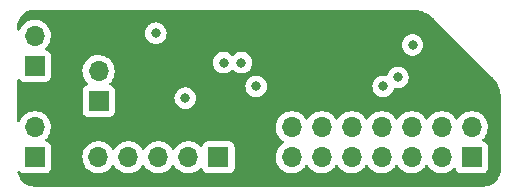
<source format=gbr>
%TF.GenerationSoftware,KiCad,Pcbnew,(6.0.7)*%
%TF.CreationDate,2023-01-15T17:04:05+01:00*%
%TF.ProjectId,I_CAN_has_carrot,495f4341-4e5f-4686-9173-5f636172726f,rev?*%
%TF.SameCoordinates,Original*%
%TF.FileFunction,Copper,L2,Inr*%
%TF.FilePolarity,Positive*%
%FSLAX46Y46*%
G04 Gerber Fmt 4.6, Leading zero omitted, Abs format (unit mm)*
G04 Created by KiCad (PCBNEW (6.0.7)) date 2023-01-15 17:04:05*
%MOMM*%
%LPD*%
G01*
G04 APERTURE LIST*
%TA.AperFunction,ComponentPad*%
%ADD10R,1.700000X1.700000*%
%TD*%
%TA.AperFunction,ComponentPad*%
%ADD11O,1.700000X1.700000*%
%TD*%
%TA.AperFunction,ViaPad*%
%ADD12C,0.800000*%
%TD*%
G04 APERTURE END LIST*
D10*
%TO.N,/CANTX*%
%TO.C,J4*%
X117560000Y-63000000D03*
D11*
%TO.N,/CANRX*%
X115020000Y-63000000D03*
%TO.N,GND*%
X112480000Y-63000000D03*
%TO.N,+5V*%
X109940000Y-63000000D03*
X107400000Y-63000000D03*
%TD*%
D10*
%TO.N,/CANTX*%
%TO.C,J2*%
X139000000Y-63000000D03*
D11*
%TO.N,/CANRX*%
X139000000Y-60460000D03*
%TO.N,unconnected-(J2-Pad3)*%
X136460000Y-63000000D03*
%TO.N,unconnected-(J2-Pad4)*%
X136460000Y-60460000D03*
%TO.N,unconnected-(J2-Pad5)*%
X133920000Y-63000000D03*
%TO.N,unconnected-(J2-Pad6)*%
X133920000Y-60460000D03*
%TO.N,unconnected-(J2-Pad7)*%
X131380000Y-63000000D03*
%TO.N,unconnected-(J2-Pad8)*%
X131380000Y-60460000D03*
%TO.N,unconnected-(J2-Pad9)*%
X128840000Y-63000000D03*
%TO.N,unconnected-(J2-Pad10)*%
X128840000Y-60460000D03*
%TO.N,unconnected-(J2-Pad11)*%
X126300000Y-63000000D03*
%TO.N,unconnected-(J2-Pad12)*%
X126300000Y-60460000D03*
%TO.N,GND*%
X123760000Y-63000000D03*
%TO.N,+5V*%
X123760000Y-60460000D03*
%TD*%
D10*
%TO.N,/CANL*%
%TO.C,J1*%
X107410000Y-58250000D03*
D11*
%TO.N,Net-(J1-Pad2)*%
X107410000Y-55710000D03*
%TD*%
D10*
%TO.N,/CANH*%
%TO.C,J3*%
X102000000Y-63000000D03*
D11*
%TO.N,/CANL*%
X102000000Y-60460000D03*
%TD*%
D10*
%TO.N,/CANH*%
%TO.C,J5*%
X102000000Y-55275000D03*
D11*
%TO.N,/CANL*%
X102000000Y-52735000D03*
%TD*%
D12*
%TO.N,+5V*%
X118000000Y-55000000D03*
X114750000Y-58000000D03*
X134000000Y-53500000D03*
%TO.N,GND*%
X120750000Y-57000000D03*
X131500000Y-57000000D03*
X132750000Y-56250000D03*
X119500000Y-55000000D03*
X112250000Y-52500000D03*
%TO.N,+3.3V*%
X131250000Y-54750000D03*
X121275000Y-52225000D03*
X118000000Y-51000000D03*
X123500000Y-53750000D03*
X119750000Y-51000000D03*
X123500000Y-55500000D03*
%TD*%
%TA.AperFunction,Conductor*%
%TO.N,+3.3V*%
G36*
X133970018Y-50510000D02*
G01*
X133984851Y-50512310D01*
X133984855Y-50512310D01*
X133993724Y-50513691D01*
X134011720Y-50511338D01*
X134035116Y-50510472D01*
X134271898Y-50523769D01*
X134285930Y-50525350D01*
X134416685Y-50547567D01*
X134547435Y-50569782D01*
X134561210Y-50572926D01*
X134639356Y-50595439D01*
X134816100Y-50646359D01*
X134829421Y-50651020D01*
X135074488Y-50752530D01*
X135087211Y-50758657D01*
X135186301Y-50813422D01*
X135319362Y-50886963D01*
X135331325Y-50894480D01*
X135547655Y-51047974D01*
X135558702Y-51056784D01*
X135730081Y-51209937D01*
X135747862Y-51229558D01*
X135748350Y-51230226D01*
X135748353Y-51230229D01*
X135753648Y-51237477D01*
X135760765Y-51242948D01*
X135760769Y-51242952D01*
X135778894Y-51256885D01*
X135791198Y-51267685D01*
X140726848Y-56203336D01*
X140739491Y-56218098D01*
X140753648Y-56237477D01*
X140760765Y-56242948D01*
X140760767Y-56242950D01*
X140768039Y-56248540D01*
X140785193Y-56264471D01*
X140943222Y-56441305D01*
X140952020Y-56452337D01*
X141105525Y-56668682D01*
X141113032Y-56680631D01*
X141237015Y-56904960D01*
X141241340Y-56912785D01*
X141247469Y-56925512D01*
X141348979Y-57170579D01*
X141353640Y-57183900D01*
X141361956Y-57212763D01*
X141427073Y-57438790D01*
X141430217Y-57452565D01*
X141474648Y-57714065D01*
X141476230Y-57728102D01*
X141486361Y-57908500D01*
X141489118Y-57957599D01*
X141487815Y-57984050D01*
X141486309Y-57993724D01*
X141487473Y-58002626D01*
X141487473Y-58002628D01*
X141490436Y-58025283D01*
X141491500Y-58041621D01*
X141491500Y-63950633D01*
X141490000Y-63970018D01*
X141487690Y-63984851D01*
X141487690Y-63984855D01*
X141486309Y-63993724D01*
X141488304Y-64008976D01*
X141489047Y-64034302D01*
X141479493Y-64167892D01*
X141476962Y-64203279D01*
X141474404Y-64221064D01*
X141433001Y-64411392D01*
X141427937Y-64428641D01*
X141359864Y-64611150D01*
X141352396Y-64627502D01*
X141259048Y-64798458D01*
X141249328Y-64813582D01*
X141132598Y-64969514D01*
X141120825Y-64983100D01*
X140983100Y-65120825D01*
X140969514Y-65132598D01*
X140813582Y-65249328D01*
X140798458Y-65259048D01*
X140627502Y-65352396D01*
X140611150Y-65359864D01*
X140428641Y-65427937D01*
X140411393Y-65433001D01*
X140221064Y-65474404D01*
X140203285Y-65476961D01*
X140041395Y-65488540D01*
X140023435Y-65487793D01*
X140015155Y-65487692D01*
X140006276Y-65486309D01*
X139974714Y-65490436D01*
X139958379Y-65491500D01*
X102049367Y-65491500D01*
X102029982Y-65490000D01*
X102015149Y-65487690D01*
X102015145Y-65487690D01*
X102006276Y-65486309D01*
X101991019Y-65488304D01*
X101965698Y-65489047D01*
X101796715Y-65476961D01*
X101778936Y-65474404D01*
X101588607Y-65433001D01*
X101571359Y-65427937D01*
X101388850Y-65359864D01*
X101372498Y-65352396D01*
X101201542Y-65259048D01*
X101186418Y-65249328D01*
X101030486Y-65132598D01*
X101016900Y-65120825D01*
X100879175Y-64983100D01*
X100867402Y-64969514D01*
X100750672Y-64813582D01*
X100740952Y-64798458D01*
X100647604Y-64627502D01*
X100640136Y-64611150D01*
X100572063Y-64428641D01*
X100566999Y-64411392D01*
X100539361Y-64284343D01*
X100544425Y-64213529D01*
X100586972Y-64156693D01*
X100653492Y-64131882D01*
X100722866Y-64146973D01*
X100763307Y-64181996D01*
X100786739Y-64213261D01*
X100903295Y-64300615D01*
X101039684Y-64351745D01*
X101101866Y-64358500D01*
X102898134Y-64358500D01*
X102960316Y-64351745D01*
X103096705Y-64300615D01*
X103213261Y-64213261D01*
X103300615Y-64096705D01*
X103351745Y-63960316D01*
X103358500Y-63898134D01*
X103358500Y-62966695D01*
X106037251Y-62966695D01*
X106050110Y-63189715D01*
X106051247Y-63194761D01*
X106051248Y-63194767D01*
X106075304Y-63301508D01*
X106099222Y-63407639D01*
X106183266Y-63614616D01*
X106220685Y-63675678D01*
X106297291Y-63800688D01*
X106299987Y-63805088D01*
X106446250Y-63973938D01*
X106618126Y-64116632D01*
X106811000Y-64229338D01*
X107019692Y-64309030D01*
X107024760Y-64310061D01*
X107024763Y-64310062D01*
X107132017Y-64331883D01*
X107238597Y-64353567D01*
X107243772Y-64353757D01*
X107243774Y-64353757D01*
X107456673Y-64361564D01*
X107456677Y-64361564D01*
X107461837Y-64361753D01*
X107466957Y-64361097D01*
X107466959Y-64361097D01*
X107678288Y-64334025D01*
X107678289Y-64334025D01*
X107683416Y-64333368D01*
X107688366Y-64331883D01*
X107892429Y-64270661D01*
X107892434Y-64270659D01*
X107897384Y-64269174D01*
X108097994Y-64170896D01*
X108279860Y-64041173D01*
X108438096Y-63883489D01*
X108497594Y-63800689D01*
X108568453Y-63702077D01*
X108569776Y-63703028D01*
X108616645Y-63659857D01*
X108686580Y-63647625D01*
X108752026Y-63675144D01*
X108779875Y-63706994D01*
X108839987Y-63805088D01*
X108986250Y-63973938D01*
X109158126Y-64116632D01*
X109351000Y-64229338D01*
X109559692Y-64309030D01*
X109564760Y-64310061D01*
X109564763Y-64310062D01*
X109672017Y-64331883D01*
X109778597Y-64353567D01*
X109783772Y-64353757D01*
X109783774Y-64353757D01*
X109996673Y-64361564D01*
X109996677Y-64361564D01*
X110001837Y-64361753D01*
X110006957Y-64361097D01*
X110006959Y-64361097D01*
X110218288Y-64334025D01*
X110218289Y-64334025D01*
X110223416Y-64333368D01*
X110228366Y-64331883D01*
X110432429Y-64270661D01*
X110432434Y-64270659D01*
X110437384Y-64269174D01*
X110637994Y-64170896D01*
X110819860Y-64041173D01*
X110978096Y-63883489D01*
X111037594Y-63800689D01*
X111108453Y-63702077D01*
X111109776Y-63703028D01*
X111156645Y-63659857D01*
X111226580Y-63647625D01*
X111292026Y-63675144D01*
X111319875Y-63706994D01*
X111379987Y-63805088D01*
X111526250Y-63973938D01*
X111698126Y-64116632D01*
X111891000Y-64229338D01*
X112099692Y-64309030D01*
X112104760Y-64310061D01*
X112104763Y-64310062D01*
X112212017Y-64331883D01*
X112318597Y-64353567D01*
X112323772Y-64353757D01*
X112323774Y-64353757D01*
X112536673Y-64361564D01*
X112536677Y-64361564D01*
X112541837Y-64361753D01*
X112546957Y-64361097D01*
X112546959Y-64361097D01*
X112758288Y-64334025D01*
X112758289Y-64334025D01*
X112763416Y-64333368D01*
X112768366Y-64331883D01*
X112972429Y-64270661D01*
X112972434Y-64270659D01*
X112977384Y-64269174D01*
X113177994Y-64170896D01*
X113359860Y-64041173D01*
X113518096Y-63883489D01*
X113577594Y-63800689D01*
X113648453Y-63702077D01*
X113649776Y-63703028D01*
X113696645Y-63659857D01*
X113766580Y-63647625D01*
X113832026Y-63675144D01*
X113859875Y-63706994D01*
X113919987Y-63805088D01*
X114066250Y-63973938D01*
X114238126Y-64116632D01*
X114431000Y-64229338D01*
X114639692Y-64309030D01*
X114644760Y-64310061D01*
X114644763Y-64310062D01*
X114752017Y-64331883D01*
X114858597Y-64353567D01*
X114863772Y-64353757D01*
X114863774Y-64353757D01*
X115076673Y-64361564D01*
X115076677Y-64361564D01*
X115081837Y-64361753D01*
X115086957Y-64361097D01*
X115086959Y-64361097D01*
X115298288Y-64334025D01*
X115298289Y-64334025D01*
X115303416Y-64333368D01*
X115308366Y-64331883D01*
X115512429Y-64270661D01*
X115512434Y-64270659D01*
X115517384Y-64269174D01*
X115717994Y-64170896D01*
X115899860Y-64041173D01*
X116008091Y-63933319D01*
X116070462Y-63899404D01*
X116141268Y-63904592D01*
X116198030Y-63947238D01*
X116215012Y-63978341D01*
X116235992Y-64034305D01*
X116259385Y-64096705D01*
X116346739Y-64213261D01*
X116463295Y-64300615D01*
X116599684Y-64351745D01*
X116661866Y-64358500D01*
X118458134Y-64358500D01*
X118520316Y-64351745D01*
X118656705Y-64300615D01*
X118773261Y-64213261D01*
X118860615Y-64096705D01*
X118911745Y-63960316D01*
X118918500Y-63898134D01*
X118918500Y-62966695D01*
X122397251Y-62966695D01*
X122410110Y-63189715D01*
X122411247Y-63194761D01*
X122411248Y-63194767D01*
X122435304Y-63301508D01*
X122459222Y-63407639D01*
X122543266Y-63614616D01*
X122580685Y-63675678D01*
X122657291Y-63800688D01*
X122659987Y-63805088D01*
X122806250Y-63973938D01*
X122978126Y-64116632D01*
X123171000Y-64229338D01*
X123379692Y-64309030D01*
X123384760Y-64310061D01*
X123384763Y-64310062D01*
X123492017Y-64331883D01*
X123598597Y-64353567D01*
X123603772Y-64353757D01*
X123603774Y-64353757D01*
X123816673Y-64361564D01*
X123816677Y-64361564D01*
X123821837Y-64361753D01*
X123826957Y-64361097D01*
X123826959Y-64361097D01*
X124038288Y-64334025D01*
X124038289Y-64334025D01*
X124043416Y-64333368D01*
X124048366Y-64331883D01*
X124252429Y-64270661D01*
X124252434Y-64270659D01*
X124257384Y-64269174D01*
X124457994Y-64170896D01*
X124639860Y-64041173D01*
X124798096Y-63883489D01*
X124857594Y-63800689D01*
X124928453Y-63702077D01*
X124929776Y-63703028D01*
X124976645Y-63659857D01*
X125046580Y-63647625D01*
X125112026Y-63675144D01*
X125139875Y-63706994D01*
X125199987Y-63805088D01*
X125346250Y-63973938D01*
X125518126Y-64116632D01*
X125711000Y-64229338D01*
X125919692Y-64309030D01*
X125924760Y-64310061D01*
X125924763Y-64310062D01*
X126032017Y-64331883D01*
X126138597Y-64353567D01*
X126143772Y-64353757D01*
X126143774Y-64353757D01*
X126356673Y-64361564D01*
X126356677Y-64361564D01*
X126361837Y-64361753D01*
X126366957Y-64361097D01*
X126366959Y-64361097D01*
X126578288Y-64334025D01*
X126578289Y-64334025D01*
X126583416Y-64333368D01*
X126588366Y-64331883D01*
X126792429Y-64270661D01*
X126792434Y-64270659D01*
X126797384Y-64269174D01*
X126997994Y-64170896D01*
X127179860Y-64041173D01*
X127338096Y-63883489D01*
X127397594Y-63800689D01*
X127468453Y-63702077D01*
X127469776Y-63703028D01*
X127516645Y-63659857D01*
X127586580Y-63647625D01*
X127652026Y-63675144D01*
X127679875Y-63706994D01*
X127739987Y-63805088D01*
X127886250Y-63973938D01*
X128058126Y-64116632D01*
X128251000Y-64229338D01*
X128459692Y-64309030D01*
X128464760Y-64310061D01*
X128464763Y-64310062D01*
X128572017Y-64331883D01*
X128678597Y-64353567D01*
X128683772Y-64353757D01*
X128683774Y-64353757D01*
X128896673Y-64361564D01*
X128896677Y-64361564D01*
X128901837Y-64361753D01*
X128906957Y-64361097D01*
X128906959Y-64361097D01*
X129118288Y-64334025D01*
X129118289Y-64334025D01*
X129123416Y-64333368D01*
X129128366Y-64331883D01*
X129332429Y-64270661D01*
X129332434Y-64270659D01*
X129337384Y-64269174D01*
X129537994Y-64170896D01*
X129719860Y-64041173D01*
X129878096Y-63883489D01*
X129937594Y-63800689D01*
X130008453Y-63702077D01*
X130009776Y-63703028D01*
X130056645Y-63659857D01*
X130126580Y-63647625D01*
X130192026Y-63675144D01*
X130219875Y-63706994D01*
X130279987Y-63805088D01*
X130426250Y-63973938D01*
X130598126Y-64116632D01*
X130791000Y-64229338D01*
X130999692Y-64309030D01*
X131004760Y-64310061D01*
X131004763Y-64310062D01*
X131112017Y-64331883D01*
X131218597Y-64353567D01*
X131223772Y-64353757D01*
X131223774Y-64353757D01*
X131436673Y-64361564D01*
X131436677Y-64361564D01*
X131441837Y-64361753D01*
X131446957Y-64361097D01*
X131446959Y-64361097D01*
X131658288Y-64334025D01*
X131658289Y-64334025D01*
X131663416Y-64333368D01*
X131668366Y-64331883D01*
X131872429Y-64270661D01*
X131872434Y-64270659D01*
X131877384Y-64269174D01*
X132077994Y-64170896D01*
X132259860Y-64041173D01*
X132418096Y-63883489D01*
X132477594Y-63800689D01*
X132548453Y-63702077D01*
X132549776Y-63703028D01*
X132596645Y-63659857D01*
X132666580Y-63647625D01*
X132732026Y-63675144D01*
X132759875Y-63706994D01*
X132819987Y-63805088D01*
X132966250Y-63973938D01*
X133138126Y-64116632D01*
X133331000Y-64229338D01*
X133539692Y-64309030D01*
X133544760Y-64310061D01*
X133544763Y-64310062D01*
X133652017Y-64331883D01*
X133758597Y-64353567D01*
X133763772Y-64353757D01*
X133763774Y-64353757D01*
X133976673Y-64361564D01*
X133976677Y-64361564D01*
X133981837Y-64361753D01*
X133986957Y-64361097D01*
X133986959Y-64361097D01*
X134198288Y-64334025D01*
X134198289Y-64334025D01*
X134203416Y-64333368D01*
X134208366Y-64331883D01*
X134412429Y-64270661D01*
X134412434Y-64270659D01*
X134417384Y-64269174D01*
X134617994Y-64170896D01*
X134799860Y-64041173D01*
X134958096Y-63883489D01*
X135017594Y-63800689D01*
X135088453Y-63702077D01*
X135089776Y-63703028D01*
X135136645Y-63659857D01*
X135206580Y-63647625D01*
X135272026Y-63675144D01*
X135299875Y-63706994D01*
X135359987Y-63805088D01*
X135506250Y-63973938D01*
X135678126Y-64116632D01*
X135871000Y-64229338D01*
X136079692Y-64309030D01*
X136084760Y-64310061D01*
X136084763Y-64310062D01*
X136192017Y-64331883D01*
X136298597Y-64353567D01*
X136303772Y-64353757D01*
X136303774Y-64353757D01*
X136516673Y-64361564D01*
X136516677Y-64361564D01*
X136521837Y-64361753D01*
X136526957Y-64361097D01*
X136526959Y-64361097D01*
X136738288Y-64334025D01*
X136738289Y-64334025D01*
X136743416Y-64333368D01*
X136748366Y-64331883D01*
X136952429Y-64270661D01*
X136952434Y-64270659D01*
X136957384Y-64269174D01*
X137157994Y-64170896D01*
X137339860Y-64041173D01*
X137448091Y-63933319D01*
X137510462Y-63899404D01*
X137581268Y-63904592D01*
X137638030Y-63947238D01*
X137655012Y-63978341D01*
X137675992Y-64034305D01*
X137699385Y-64096705D01*
X137786739Y-64213261D01*
X137903295Y-64300615D01*
X138039684Y-64351745D01*
X138101866Y-64358500D01*
X139898134Y-64358500D01*
X139960316Y-64351745D01*
X140096705Y-64300615D01*
X140213261Y-64213261D01*
X140300615Y-64096705D01*
X140351745Y-63960316D01*
X140358500Y-63898134D01*
X140358500Y-62101866D01*
X140351745Y-62039684D01*
X140300615Y-61903295D01*
X140213261Y-61786739D01*
X140096705Y-61699385D01*
X140048093Y-61681161D01*
X139978203Y-61654960D01*
X139921439Y-61612318D01*
X139896739Y-61545756D01*
X139911947Y-61476408D01*
X139933493Y-61447727D01*
X140034435Y-61347137D01*
X140038096Y-61343489D01*
X140097594Y-61260689D01*
X140165435Y-61166277D01*
X140168453Y-61162077D01*
X140189320Y-61119857D01*
X140265136Y-60966453D01*
X140265137Y-60966451D01*
X140267430Y-60961811D01*
X140332370Y-60748069D01*
X140361529Y-60526590D01*
X140363156Y-60460000D01*
X140344852Y-60237361D01*
X140290431Y-60020702D01*
X140201354Y-59815840D01*
X140080014Y-59628277D01*
X139929670Y-59463051D01*
X139925619Y-59459852D01*
X139925615Y-59459848D01*
X139758414Y-59327800D01*
X139758410Y-59327798D01*
X139754359Y-59324598D01*
X139558789Y-59216638D01*
X139553920Y-59214914D01*
X139553916Y-59214912D01*
X139353087Y-59143795D01*
X139353083Y-59143794D01*
X139348212Y-59142069D01*
X139343119Y-59141162D01*
X139343116Y-59141161D01*
X139133373Y-59103800D01*
X139133367Y-59103799D01*
X139128284Y-59102894D01*
X139054452Y-59101992D01*
X138910081Y-59100228D01*
X138910079Y-59100228D01*
X138904911Y-59100165D01*
X138684091Y-59133955D01*
X138471756Y-59203357D01*
X138273607Y-59306507D01*
X138269474Y-59309610D01*
X138269471Y-59309612D01*
X138220068Y-59346705D01*
X138094965Y-59440635D01*
X138076605Y-59459848D01*
X137989866Y-59550615D01*
X137940629Y-59602138D01*
X137833201Y-59759621D01*
X137778293Y-59804621D01*
X137707768Y-59812792D01*
X137644021Y-59781538D01*
X137623324Y-59757054D01*
X137542822Y-59632617D01*
X137542820Y-59632614D01*
X137540014Y-59628277D01*
X137389670Y-59463051D01*
X137385619Y-59459852D01*
X137385615Y-59459848D01*
X137218414Y-59327800D01*
X137218410Y-59327798D01*
X137214359Y-59324598D01*
X137018789Y-59216638D01*
X137013920Y-59214914D01*
X137013916Y-59214912D01*
X136813087Y-59143795D01*
X136813083Y-59143794D01*
X136808212Y-59142069D01*
X136803119Y-59141162D01*
X136803116Y-59141161D01*
X136593373Y-59103800D01*
X136593367Y-59103799D01*
X136588284Y-59102894D01*
X136514452Y-59101992D01*
X136370081Y-59100228D01*
X136370079Y-59100228D01*
X136364911Y-59100165D01*
X136144091Y-59133955D01*
X135931756Y-59203357D01*
X135733607Y-59306507D01*
X135729474Y-59309610D01*
X135729471Y-59309612D01*
X135680068Y-59346705D01*
X135554965Y-59440635D01*
X135536605Y-59459848D01*
X135449866Y-59550615D01*
X135400629Y-59602138D01*
X135293201Y-59759621D01*
X135238293Y-59804621D01*
X135167768Y-59812792D01*
X135104021Y-59781538D01*
X135083324Y-59757054D01*
X135002822Y-59632617D01*
X135002820Y-59632614D01*
X135000014Y-59628277D01*
X134849670Y-59463051D01*
X134845619Y-59459852D01*
X134845615Y-59459848D01*
X134678414Y-59327800D01*
X134678410Y-59327798D01*
X134674359Y-59324598D01*
X134478789Y-59216638D01*
X134473920Y-59214914D01*
X134473916Y-59214912D01*
X134273087Y-59143795D01*
X134273083Y-59143794D01*
X134268212Y-59142069D01*
X134263119Y-59141162D01*
X134263116Y-59141161D01*
X134053373Y-59103800D01*
X134053367Y-59103799D01*
X134048284Y-59102894D01*
X133974452Y-59101992D01*
X133830081Y-59100228D01*
X133830079Y-59100228D01*
X133824911Y-59100165D01*
X133604091Y-59133955D01*
X133391756Y-59203357D01*
X133193607Y-59306507D01*
X133189474Y-59309610D01*
X133189471Y-59309612D01*
X133140068Y-59346705D01*
X133014965Y-59440635D01*
X132996605Y-59459848D01*
X132909866Y-59550615D01*
X132860629Y-59602138D01*
X132753201Y-59759621D01*
X132698293Y-59804621D01*
X132627768Y-59812792D01*
X132564021Y-59781538D01*
X132543324Y-59757054D01*
X132462822Y-59632617D01*
X132462820Y-59632614D01*
X132460014Y-59628277D01*
X132309670Y-59463051D01*
X132305619Y-59459852D01*
X132305615Y-59459848D01*
X132138414Y-59327800D01*
X132138410Y-59327798D01*
X132134359Y-59324598D01*
X131938789Y-59216638D01*
X131933920Y-59214914D01*
X131933916Y-59214912D01*
X131733087Y-59143795D01*
X131733083Y-59143794D01*
X131728212Y-59142069D01*
X131723119Y-59141162D01*
X131723116Y-59141161D01*
X131513373Y-59103800D01*
X131513367Y-59103799D01*
X131508284Y-59102894D01*
X131434452Y-59101992D01*
X131290081Y-59100228D01*
X131290079Y-59100228D01*
X131284911Y-59100165D01*
X131064091Y-59133955D01*
X130851756Y-59203357D01*
X130653607Y-59306507D01*
X130649474Y-59309610D01*
X130649471Y-59309612D01*
X130600068Y-59346705D01*
X130474965Y-59440635D01*
X130456605Y-59459848D01*
X130369866Y-59550615D01*
X130320629Y-59602138D01*
X130213201Y-59759621D01*
X130158293Y-59804621D01*
X130087768Y-59812792D01*
X130024021Y-59781538D01*
X130003324Y-59757054D01*
X129922822Y-59632617D01*
X129922820Y-59632614D01*
X129920014Y-59628277D01*
X129769670Y-59463051D01*
X129765619Y-59459852D01*
X129765615Y-59459848D01*
X129598414Y-59327800D01*
X129598410Y-59327798D01*
X129594359Y-59324598D01*
X129398789Y-59216638D01*
X129393920Y-59214914D01*
X129393916Y-59214912D01*
X129193087Y-59143795D01*
X129193083Y-59143794D01*
X129188212Y-59142069D01*
X129183119Y-59141162D01*
X129183116Y-59141161D01*
X128973373Y-59103800D01*
X128973367Y-59103799D01*
X128968284Y-59102894D01*
X128894452Y-59101992D01*
X128750081Y-59100228D01*
X128750079Y-59100228D01*
X128744911Y-59100165D01*
X128524091Y-59133955D01*
X128311756Y-59203357D01*
X128113607Y-59306507D01*
X128109474Y-59309610D01*
X128109471Y-59309612D01*
X128060068Y-59346705D01*
X127934965Y-59440635D01*
X127916605Y-59459848D01*
X127829866Y-59550615D01*
X127780629Y-59602138D01*
X127673201Y-59759621D01*
X127618293Y-59804621D01*
X127547768Y-59812792D01*
X127484021Y-59781538D01*
X127463324Y-59757054D01*
X127382822Y-59632617D01*
X127382820Y-59632614D01*
X127380014Y-59628277D01*
X127229670Y-59463051D01*
X127225619Y-59459852D01*
X127225615Y-59459848D01*
X127058414Y-59327800D01*
X127058410Y-59327798D01*
X127054359Y-59324598D01*
X126858789Y-59216638D01*
X126853920Y-59214914D01*
X126853916Y-59214912D01*
X126653087Y-59143795D01*
X126653083Y-59143794D01*
X126648212Y-59142069D01*
X126643119Y-59141162D01*
X126643116Y-59141161D01*
X126433373Y-59103800D01*
X126433367Y-59103799D01*
X126428284Y-59102894D01*
X126354452Y-59101992D01*
X126210081Y-59100228D01*
X126210079Y-59100228D01*
X126204911Y-59100165D01*
X125984091Y-59133955D01*
X125771756Y-59203357D01*
X125573607Y-59306507D01*
X125569474Y-59309610D01*
X125569471Y-59309612D01*
X125520068Y-59346705D01*
X125394965Y-59440635D01*
X125376605Y-59459848D01*
X125289866Y-59550615D01*
X125240629Y-59602138D01*
X125133201Y-59759621D01*
X125078293Y-59804621D01*
X125007768Y-59812792D01*
X124944021Y-59781538D01*
X124923324Y-59757054D01*
X124842822Y-59632617D01*
X124842820Y-59632614D01*
X124840014Y-59628277D01*
X124689670Y-59463051D01*
X124685619Y-59459852D01*
X124685615Y-59459848D01*
X124518414Y-59327800D01*
X124518410Y-59327798D01*
X124514359Y-59324598D01*
X124318789Y-59216638D01*
X124313920Y-59214914D01*
X124313916Y-59214912D01*
X124113087Y-59143795D01*
X124113083Y-59143794D01*
X124108212Y-59142069D01*
X124103119Y-59141162D01*
X124103116Y-59141161D01*
X123893373Y-59103800D01*
X123893367Y-59103799D01*
X123888284Y-59102894D01*
X123814452Y-59101992D01*
X123670081Y-59100228D01*
X123670079Y-59100228D01*
X123664911Y-59100165D01*
X123444091Y-59133955D01*
X123231756Y-59203357D01*
X123033607Y-59306507D01*
X123029474Y-59309610D01*
X123029471Y-59309612D01*
X122980068Y-59346705D01*
X122854965Y-59440635D01*
X122836605Y-59459848D01*
X122749866Y-59550615D01*
X122700629Y-59602138D01*
X122574743Y-59786680D01*
X122480688Y-59989305D01*
X122420989Y-60204570D01*
X122397251Y-60426695D01*
X122397548Y-60431848D01*
X122397548Y-60431851D01*
X122403011Y-60526590D01*
X122410110Y-60649715D01*
X122411247Y-60654761D01*
X122411248Y-60654767D01*
X122431119Y-60742939D01*
X122459222Y-60867639D01*
X122497461Y-60961811D01*
X122530492Y-61043156D01*
X122543266Y-61074616D01*
X122594019Y-61157438D01*
X122657291Y-61260688D01*
X122659987Y-61265088D01*
X122806250Y-61433938D01*
X122978126Y-61576632D01*
X123039196Y-61612318D01*
X123051445Y-61619476D01*
X123100169Y-61671114D01*
X123113240Y-61740897D01*
X123086509Y-61806669D01*
X123046055Y-61840027D01*
X123033607Y-61846507D01*
X123029474Y-61849610D01*
X123029471Y-61849612D01*
X122859100Y-61977530D01*
X122854965Y-61980635D01*
X122815525Y-62021907D01*
X122761280Y-62078671D01*
X122700629Y-62142138D01*
X122574743Y-62326680D01*
X122480688Y-62529305D01*
X122420989Y-62744570D01*
X122397251Y-62966695D01*
X118918500Y-62966695D01*
X118918500Y-62101866D01*
X118911745Y-62039684D01*
X118860615Y-61903295D01*
X118773261Y-61786739D01*
X118656705Y-61699385D01*
X118520316Y-61648255D01*
X118458134Y-61641500D01*
X116661866Y-61641500D01*
X116599684Y-61648255D01*
X116463295Y-61699385D01*
X116346739Y-61786739D01*
X116259385Y-61903295D01*
X116256233Y-61911703D01*
X116214919Y-62021907D01*
X116172277Y-62078671D01*
X116105716Y-62103371D01*
X116036367Y-62088163D01*
X116003743Y-62062476D01*
X115953151Y-62006875D01*
X115953142Y-62006866D01*
X115949670Y-62003051D01*
X115945619Y-61999852D01*
X115945615Y-61999848D01*
X115778414Y-61867800D01*
X115778410Y-61867798D01*
X115774359Y-61864598D01*
X115757587Y-61855339D01*
X115669094Y-61806489D01*
X115578789Y-61756638D01*
X115573920Y-61754914D01*
X115573916Y-61754912D01*
X115373087Y-61683795D01*
X115373083Y-61683794D01*
X115368212Y-61682069D01*
X115363119Y-61681162D01*
X115363116Y-61681161D01*
X115153373Y-61643800D01*
X115153367Y-61643799D01*
X115148284Y-61642894D01*
X115074452Y-61641992D01*
X114930081Y-61640228D01*
X114930079Y-61640228D01*
X114924911Y-61640165D01*
X114704091Y-61673955D01*
X114491756Y-61743357D01*
X114461443Y-61759137D01*
X114394626Y-61793920D01*
X114293607Y-61846507D01*
X114289474Y-61849610D01*
X114289471Y-61849612D01*
X114119100Y-61977530D01*
X114114965Y-61980635D01*
X114075525Y-62021907D01*
X114021280Y-62078671D01*
X113960629Y-62142138D01*
X113853201Y-62299621D01*
X113798293Y-62344621D01*
X113727768Y-62352792D01*
X113664021Y-62321538D01*
X113643324Y-62297054D01*
X113562822Y-62172617D01*
X113562820Y-62172614D01*
X113560014Y-62168277D01*
X113409670Y-62003051D01*
X113405619Y-61999852D01*
X113405615Y-61999848D01*
X113238414Y-61867800D01*
X113238410Y-61867798D01*
X113234359Y-61864598D01*
X113217587Y-61855339D01*
X113129094Y-61806489D01*
X113038789Y-61756638D01*
X113033920Y-61754914D01*
X113033916Y-61754912D01*
X112833087Y-61683795D01*
X112833083Y-61683794D01*
X112828212Y-61682069D01*
X112823119Y-61681162D01*
X112823116Y-61681161D01*
X112613373Y-61643800D01*
X112613367Y-61643799D01*
X112608284Y-61642894D01*
X112534452Y-61641992D01*
X112390081Y-61640228D01*
X112390079Y-61640228D01*
X112384911Y-61640165D01*
X112164091Y-61673955D01*
X111951756Y-61743357D01*
X111921443Y-61759137D01*
X111854626Y-61793920D01*
X111753607Y-61846507D01*
X111749474Y-61849610D01*
X111749471Y-61849612D01*
X111579100Y-61977530D01*
X111574965Y-61980635D01*
X111535525Y-62021907D01*
X111481280Y-62078671D01*
X111420629Y-62142138D01*
X111313201Y-62299621D01*
X111258293Y-62344621D01*
X111187768Y-62352792D01*
X111124021Y-62321538D01*
X111103324Y-62297054D01*
X111022822Y-62172617D01*
X111022820Y-62172614D01*
X111020014Y-62168277D01*
X110869670Y-62003051D01*
X110865619Y-61999852D01*
X110865615Y-61999848D01*
X110698414Y-61867800D01*
X110698410Y-61867798D01*
X110694359Y-61864598D01*
X110677587Y-61855339D01*
X110589094Y-61806489D01*
X110498789Y-61756638D01*
X110493920Y-61754914D01*
X110493916Y-61754912D01*
X110293087Y-61683795D01*
X110293083Y-61683794D01*
X110288212Y-61682069D01*
X110283119Y-61681162D01*
X110283116Y-61681161D01*
X110073373Y-61643800D01*
X110073367Y-61643799D01*
X110068284Y-61642894D01*
X109994452Y-61641992D01*
X109850081Y-61640228D01*
X109850079Y-61640228D01*
X109844911Y-61640165D01*
X109624091Y-61673955D01*
X109411756Y-61743357D01*
X109381443Y-61759137D01*
X109314626Y-61793920D01*
X109213607Y-61846507D01*
X109209474Y-61849610D01*
X109209471Y-61849612D01*
X109039100Y-61977530D01*
X109034965Y-61980635D01*
X108995525Y-62021907D01*
X108941280Y-62078671D01*
X108880629Y-62142138D01*
X108773201Y-62299621D01*
X108718293Y-62344621D01*
X108647768Y-62352792D01*
X108584021Y-62321538D01*
X108563324Y-62297054D01*
X108482822Y-62172617D01*
X108482820Y-62172614D01*
X108480014Y-62168277D01*
X108329670Y-62003051D01*
X108325619Y-61999852D01*
X108325615Y-61999848D01*
X108158414Y-61867800D01*
X108158410Y-61867798D01*
X108154359Y-61864598D01*
X108137587Y-61855339D01*
X108049094Y-61806489D01*
X107958789Y-61756638D01*
X107953920Y-61754914D01*
X107953916Y-61754912D01*
X107753087Y-61683795D01*
X107753083Y-61683794D01*
X107748212Y-61682069D01*
X107743119Y-61681162D01*
X107743116Y-61681161D01*
X107533373Y-61643800D01*
X107533367Y-61643799D01*
X107528284Y-61642894D01*
X107454452Y-61641992D01*
X107310081Y-61640228D01*
X107310079Y-61640228D01*
X107304911Y-61640165D01*
X107084091Y-61673955D01*
X106871756Y-61743357D01*
X106841443Y-61759137D01*
X106774626Y-61793920D01*
X106673607Y-61846507D01*
X106669474Y-61849610D01*
X106669471Y-61849612D01*
X106499100Y-61977530D01*
X106494965Y-61980635D01*
X106455525Y-62021907D01*
X106401280Y-62078671D01*
X106340629Y-62142138D01*
X106214743Y-62326680D01*
X106120688Y-62529305D01*
X106060989Y-62744570D01*
X106037251Y-62966695D01*
X103358500Y-62966695D01*
X103358500Y-62101866D01*
X103351745Y-62039684D01*
X103300615Y-61903295D01*
X103213261Y-61786739D01*
X103096705Y-61699385D01*
X103048093Y-61681161D01*
X102978203Y-61654960D01*
X102921439Y-61612318D01*
X102896739Y-61545756D01*
X102911947Y-61476408D01*
X102933493Y-61447727D01*
X103034435Y-61347137D01*
X103038096Y-61343489D01*
X103097594Y-61260689D01*
X103165435Y-61166277D01*
X103168453Y-61162077D01*
X103189320Y-61119857D01*
X103265136Y-60966453D01*
X103265137Y-60966451D01*
X103267430Y-60961811D01*
X103332370Y-60748069D01*
X103361529Y-60526590D01*
X103363156Y-60460000D01*
X103344852Y-60237361D01*
X103290431Y-60020702D01*
X103201354Y-59815840D01*
X103080014Y-59628277D01*
X102929670Y-59463051D01*
X102925619Y-59459852D01*
X102925615Y-59459848D01*
X102758414Y-59327800D01*
X102758410Y-59327798D01*
X102754359Y-59324598D01*
X102558789Y-59216638D01*
X102553920Y-59214914D01*
X102553916Y-59214912D01*
X102353087Y-59143795D01*
X102353083Y-59143794D01*
X102348212Y-59142069D01*
X102343119Y-59141162D01*
X102343116Y-59141161D01*
X102133373Y-59103800D01*
X102133367Y-59103799D01*
X102128284Y-59102894D01*
X102054452Y-59101992D01*
X101910081Y-59100228D01*
X101910079Y-59100228D01*
X101904911Y-59100165D01*
X101684091Y-59133955D01*
X101471756Y-59203357D01*
X101273607Y-59306507D01*
X101269474Y-59309610D01*
X101269471Y-59309612D01*
X101220068Y-59346705D01*
X101094965Y-59440635D01*
X101076605Y-59459848D01*
X100989866Y-59550615D01*
X100940629Y-59602138D01*
X100814743Y-59786680D01*
X100812567Y-59791369D01*
X100812563Y-59791375D01*
X100748788Y-59928768D01*
X100701964Y-59982135D01*
X100633720Y-60001716D01*
X100565725Y-59981292D01*
X100519565Y-59927350D01*
X100508500Y-59875718D01*
X100508500Y-56495226D01*
X100528502Y-56427105D01*
X100582158Y-56380612D01*
X100652432Y-56370508D01*
X100717012Y-56400002D01*
X100735326Y-56419661D01*
X100764171Y-56458148D01*
X100786739Y-56488261D01*
X100903295Y-56575615D01*
X101039684Y-56626745D01*
X101101866Y-56633500D01*
X102898134Y-56633500D01*
X102960316Y-56626745D01*
X103096705Y-56575615D01*
X103213261Y-56488261D01*
X103300615Y-56371705D01*
X103351745Y-56235316D01*
X103358500Y-56173134D01*
X103358500Y-55676695D01*
X106047251Y-55676695D01*
X106047548Y-55681848D01*
X106047548Y-55681851D01*
X106053011Y-55776590D01*
X106060110Y-55899715D01*
X106061247Y-55904761D01*
X106061248Y-55904767D01*
X106081119Y-55992939D01*
X106109222Y-56117639D01*
X106193266Y-56324616D01*
X106195965Y-56329020D01*
X106297816Y-56495226D01*
X106309987Y-56515088D01*
X106456250Y-56683938D01*
X106460230Y-56687242D01*
X106464981Y-56691187D01*
X106504616Y-56750090D01*
X106506113Y-56821071D01*
X106468997Y-56881593D01*
X106428724Y-56906112D01*
X106313295Y-56949385D01*
X106196739Y-57036739D01*
X106109385Y-57153295D01*
X106058255Y-57289684D01*
X106051500Y-57351866D01*
X106051500Y-59148134D01*
X106058255Y-59210316D01*
X106109385Y-59346705D01*
X106196739Y-59463261D01*
X106313295Y-59550615D01*
X106449684Y-59601745D01*
X106511866Y-59608500D01*
X108308134Y-59608500D01*
X108370316Y-59601745D01*
X108506705Y-59550615D01*
X108623261Y-59463261D01*
X108710615Y-59346705D01*
X108761745Y-59210316D01*
X108768500Y-59148134D01*
X108768500Y-58000000D01*
X113836496Y-58000000D01*
X113856458Y-58189928D01*
X113915473Y-58371556D01*
X114010960Y-58536944D01*
X114138747Y-58678866D01*
X114293248Y-58791118D01*
X114299276Y-58793802D01*
X114299278Y-58793803D01*
X114461681Y-58866109D01*
X114467712Y-58868794D01*
X114561113Y-58888647D01*
X114648056Y-58907128D01*
X114648061Y-58907128D01*
X114654513Y-58908500D01*
X114845487Y-58908500D01*
X114851939Y-58907128D01*
X114851944Y-58907128D01*
X114938887Y-58888647D01*
X115032288Y-58868794D01*
X115038319Y-58866109D01*
X115200722Y-58793803D01*
X115200724Y-58793802D01*
X115206752Y-58791118D01*
X115361253Y-58678866D01*
X115489040Y-58536944D01*
X115584527Y-58371556D01*
X115643542Y-58189928D01*
X115663504Y-58000000D01*
X115643542Y-57810072D01*
X115584527Y-57628444D01*
X115489040Y-57463056D01*
X115361253Y-57321134D01*
X115262157Y-57249136D01*
X115212094Y-57212763D01*
X115212093Y-57212762D01*
X115206752Y-57208882D01*
X115200724Y-57206198D01*
X115200722Y-57206197D01*
X115038319Y-57133891D01*
X115038318Y-57133891D01*
X115032288Y-57131206D01*
X114938888Y-57111353D01*
X114851944Y-57092872D01*
X114851939Y-57092872D01*
X114845487Y-57091500D01*
X114654513Y-57091500D01*
X114648061Y-57092872D01*
X114648056Y-57092872D01*
X114561112Y-57111353D01*
X114467712Y-57131206D01*
X114461682Y-57133891D01*
X114461681Y-57133891D01*
X114299278Y-57206197D01*
X114299276Y-57206198D01*
X114293248Y-57208882D01*
X114287907Y-57212762D01*
X114287906Y-57212763D01*
X114237843Y-57249136D01*
X114138747Y-57321134D01*
X114010960Y-57463056D01*
X113915473Y-57628444D01*
X113856458Y-57810072D01*
X113836496Y-58000000D01*
X108768500Y-58000000D01*
X108768500Y-57351866D01*
X108761745Y-57289684D01*
X108710615Y-57153295D01*
X108623261Y-57036739D01*
X108574240Y-57000000D01*
X119836496Y-57000000D01*
X119837186Y-57006565D01*
X119854424Y-57170571D01*
X119856458Y-57189928D01*
X119915473Y-57371556D01*
X120010960Y-57536944D01*
X120138747Y-57678866D01*
X120293248Y-57791118D01*
X120299276Y-57793802D01*
X120299278Y-57793803D01*
X120350560Y-57816635D01*
X120467712Y-57868794D01*
X120561112Y-57888647D01*
X120648056Y-57907128D01*
X120648061Y-57907128D01*
X120654513Y-57908500D01*
X120845487Y-57908500D01*
X120851939Y-57907128D01*
X120851944Y-57907128D01*
X120938888Y-57888647D01*
X121032288Y-57868794D01*
X121149440Y-57816635D01*
X121200722Y-57793803D01*
X121200724Y-57793802D01*
X121206752Y-57791118D01*
X121361253Y-57678866D01*
X121489040Y-57536944D01*
X121584527Y-57371556D01*
X121643542Y-57189928D01*
X121645577Y-57170571D01*
X121662814Y-57006565D01*
X121663504Y-57000000D01*
X130586496Y-57000000D01*
X130587186Y-57006565D01*
X130604424Y-57170571D01*
X130606458Y-57189928D01*
X130665473Y-57371556D01*
X130760960Y-57536944D01*
X130888747Y-57678866D01*
X131043248Y-57791118D01*
X131049276Y-57793802D01*
X131049278Y-57793803D01*
X131100560Y-57816635D01*
X131217712Y-57868794D01*
X131311112Y-57888647D01*
X131398056Y-57907128D01*
X131398061Y-57907128D01*
X131404513Y-57908500D01*
X131595487Y-57908500D01*
X131601939Y-57907128D01*
X131601944Y-57907128D01*
X131688888Y-57888647D01*
X131782288Y-57868794D01*
X131899440Y-57816635D01*
X131950722Y-57793803D01*
X131950724Y-57793802D01*
X131956752Y-57791118D01*
X132111253Y-57678866D01*
X132239040Y-57536944D01*
X132334527Y-57371556D01*
X132384895Y-57216540D01*
X132424969Y-57157935D01*
X132490366Y-57130298D01*
X132530925Y-57132231D01*
X132648047Y-57157127D01*
X132648060Y-57157128D01*
X132654513Y-57158500D01*
X132845487Y-57158500D01*
X132851939Y-57157128D01*
X132851944Y-57157128D01*
X132938888Y-57138647D01*
X133032288Y-57118794D01*
X133093592Y-57091500D01*
X133200722Y-57043803D01*
X133200724Y-57043802D01*
X133206752Y-57041118D01*
X133220186Y-57031358D01*
X133337349Y-56946233D01*
X133361253Y-56928866D01*
X133370155Y-56918979D01*
X133484621Y-56791852D01*
X133484622Y-56791851D01*
X133489040Y-56786944D01*
X133584527Y-56621556D01*
X133643542Y-56439928D01*
X133647739Y-56400002D01*
X133662814Y-56256565D01*
X133663504Y-56250000D01*
X133658900Y-56206197D01*
X133644232Y-56066635D01*
X133644232Y-56066633D01*
X133643542Y-56060072D01*
X133584527Y-55878444D01*
X133577406Y-55866109D01*
X133534109Y-55791118D01*
X133489040Y-55713056D01*
X133483269Y-55706646D01*
X133365675Y-55576045D01*
X133365674Y-55576044D01*
X133361253Y-55571134D01*
X133206752Y-55458882D01*
X133200724Y-55456198D01*
X133200722Y-55456197D01*
X133038319Y-55383891D01*
X133038318Y-55383891D01*
X133032288Y-55381206D01*
X132938888Y-55361353D01*
X132851944Y-55342872D01*
X132851939Y-55342872D01*
X132845487Y-55341500D01*
X132654513Y-55341500D01*
X132648061Y-55342872D01*
X132648056Y-55342872D01*
X132561112Y-55361353D01*
X132467712Y-55381206D01*
X132461682Y-55383891D01*
X132461681Y-55383891D01*
X132299278Y-55456197D01*
X132299276Y-55456198D01*
X132293248Y-55458882D01*
X132138747Y-55571134D01*
X132134326Y-55576044D01*
X132134325Y-55576045D01*
X132016732Y-55706646D01*
X132010960Y-55713056D01*
X131965891Y-55791118D01*
X131922595Y-55866109D01*
X131915473Y-55878444D01*
X131874995Y-56003023D01*
X131865105Y-56033460D01*
X131825031Y-56092065D01*
X131759634Y-56119702D01*
X131719075Y-56117769D01*
X131601953Y-56092873D01*
X131601940Y-56092872D01*
X131595487Y-56091500D01*
X131404513Y-56091500D01*
X131398061Y-56092872D01*
X131398056Y-56092872D01*
X131311112Y-56111353D01*
X131217712Y-56131206D01*
X131211682Y-56133891D01*
X131211681Y-56133891D01*
X131049278Y-56206197D01*
X131049276Y-56206198D01*
X131043248Y-56208882D01*
X131037907Y-56212762D01*
X131037906Y-56212763D01*
X130996681Y-56242715D01*
X130888747Y-56321134D01*
X130884326Y-56326044D01*
X130884325Y-56326045D01*
X130775799Y-56446576D01*
X130760960Y-56463056D01*
X130702686Y-56563990D01*
X130699084Y-56570229D01*
X130665473Y-56628444D01*
X130606458Y-56810072D01*
X130605768Y-56816633D01*
X130605768Y-56816635D01*
X130594324Y-56925516D01*
X130586496Y-57000000D01*
X121663504Y-57000000D01*
X121655676Y-56925516D01*
X121644232Y-56816635D01*
X121644232Y-56816633D01*
X121643542Y-56810072D01*
X121584527Y-56628444D01*
X121550917Y-56570229D01*
X121547314Y-56563990D01*
X121489040Y-56463056D01*
X121474202Y-56446576D01*
X121365675Y-56326045D01*
X121365674Y-56326044D01*
X121361253Y-56321134D01*
X121253319Y-56242715D01*
X121212094Y-56212763D01*
X121212093Y-56212762D01*
X121206752Y-56208882D01*
X121200724Y-56206198D01*
X121200722Y-56206197D01*
X121038319Y-56133891D01*
X121038318Y-56133891D01*
X121032288Y-56131206D01*
X120938888Y-56111353D01*
X120851944Y-56092872D01*
X120851939Y-56092872D01*
X120845487Y-56091500D01*
X120654513Y-56091500D01*
X120648061Y-56092872D01*
X120648056Y-56092872D01*
X120561112Y-56111353D01*
X120467712Y-56131206D01*
X120461682Y-56133891D01*
X120461681Y-56133891D01*
X120299278Y-56206197D01*
X120299276Y-56206198D01*
X120293248Y-56208882D01*
X120287907Y-56212762D01*
X120287906Y-56212763D01*
X120246681Y-56242715D01*
X120138747Y-56321134D01*
X120134326Y-56326044D01*
X120134325Y-56326045D01*
X120025799Y-56446576D01*
X120010960Y-56463056D01*
X119952686Y-56563990D01*
X119949084Y-56570229D01*
X119915473Y-56628444D01*
X119856458Y-56810072D01*
X119855768Y-56816633D01*
X119855768Y-56816635D01*
X119844324Y-56925516D01*
X119836496Y-57000000D01*
X108574240Y-57000000D01*
X108506705Y-56949385D01*
X108438871Y-56923955D01*
X108388203Y-56904960D01*
X108331439Y-56862318D01*
X108306739Y-56795756D01*
X108321947Y-56726408D01*
X108343493Y-56697727D01*
X108361251Y-56680031D01*
X108448096Y-56593489D01*
X108507594Y-56510689D01*
X108575435Y-56416277D01*
X108578453Y-56412077D01*
X108594855Y-56378891D01*
X108675136Y-56216453D01*
X108675137Y-56216451D01*
X108677430Y-56211811D01*
X108725439Y-56053794D01*
X108740865Y-56003023D01*
X108740865Y-56003021D01*
X108742370Y-55998069D01*
X108771529Y-55776590D01*
X108773156Y-55710000D01*
X108754852Y-55487361D01*
X108700431Y-55270702D01*
X108611354Y-55065840D01*
X108568760Y-55000000D01*
X117086496Y-55000000D01*
X117106458Y-55189928D01*
X117165473Y-55371556D01*
X117168776Y-55377278D01*
X117168777Y-55377279D01*
X117202686Y-55436010D01*
X117260960Y-55536944D01*
X117265378Y-55541851D01*
X117265379Y-55541852D01*
X117310105Y-55591525D01*
X117388747Y-55678866D01*
X117543248Y-55791118D01*
X117549276Y-55793802D01*
X117549278Y-55793803D01*
X117711681Y-55866109D01*
X117717712Y-55868794D01*
X117792666Y-55884726D01*
X117898056Y-55907128D01*
X117898061Y-55907128D01*
X117904513Y-55908500D01*
X118095487Y-55908500D01*
X118101939Y-55907128D01*
X118101944Y-55907128D01*
X118207334Y-55884726D01*
X118282288Y-55868794D01*
X118288319Y-55866109D01*
X118450722Y-55793803D01*
X118450724Y-55793802D01*
X118456752Y-55791118D01*
X118611253Y-55678866D01*
X118656364Y-55628765D01*
X118716810Y-55591525D01*
X118787793Y-55592877D01*
X118843636Y-55628765D01*
X118888747Y-55678866D01*
X119043248Y-55791118D01*
X119049276Y-55793802D01*
X119049278Y-55793803D01*
X119211681Y-55866109D01*
X119217712Y-55868794D01*
X119292666Y-55884726D01*
X119398056Y-55907128D01*
X119398061Y-55907128D01*
X119404513Y-55908500D01*
X119595487Y-55908500D01*
X119601939Y-55907128D01*
X119601944Y-55907128D01*
X119707334Y-55884726D01*
X119782288Y-55868794D01*
X119788319Y-55866109D01*
X119950722Y-55793803D01*
X119950724Y-55793802D01*
X119956752Y-55791118D01*
X120111253Y-55678866D01*
X120189895Y-55591525D01*
X120234621Y-55541852D01*
X120234622Y-55541851D01*
X120239040Y-55536944D01*
X120297314Y-55436010D01*
X120331223Y-55377279D01*
X120331224Y-55377278D01*
X120334527Y-55371556D01*
X120393542Y-55189928D01*
X120413504Y-55000000D01*
X120400309Y-54874457D01*
X120394232Y-54816635D01*
X120394232Y-54816633D01*
X120393542Y-54810072D01*
X120334527Y-54628444D01*
X120239040Y-54463056D01*
X120111253Y-54321134D01*
X119956752Y-54208882D01*
X119950724Y-54206198D01*
X119950722Y-54206197D01*
X119788319Y-54133891D01*
X119788318Y-54133891D01*
X119782288Y-54131206D01*
X119688888Y-54111353D01*
X119601944Y-54092872D01*
X119601939Y-54092872D01*
X119595487Y-54091500D01*
X119404513Y-54091500D01*
X119398061Y-54092872D01*
X119398056Y-54092872D01*
X119311113Y-54111353D01*
X119217712Y-54131206D01*
X119211682Y-54133891D01*
X119211681Y-54133891D01*
X119049278Y-54206197D01*
X119049276Y-54206198D01*
X119043248Y-54208882D01*
X118888747Y-54321134D01*
X118844599Y-54370166D01*
X118843636Y-54371235D01*
X118783190Y-54408475D01*
X118712207Y-54407123D01*
X118656364Y-54371235D01*
X118655402Y-54370166D01*
X118611253Y-54321134D01*
X118456752Y-54208882D01*
X118450724Y-54206198D01*
X118450722Y-54206197D01*
X118288319Y-54133891D01*
X118288318Y-54133891D01*
X118282288Y-54131206D01*
X118188888Y-54111353D01*
X118101944Y-54092872D01*
X118101939Y-54092872D01*
X118095487Y-54091500D01*
X117904513Y-54091500D01*
X117898061Y-54092872D01*
X117898056Y-54092872D01*
X117811113Y-54111353D01*
X117717712Y-54131206D01*
X117711682Y-54133891D01*
X117711681Y-54133891D01*
X117549278Y-54206197D01*
X117549276Y-54206198D01*
X117543248Y-54208882D01*
X117388747Y-54321134D01*
X117260960Y-54463056D01*
X117165473Y-54628444D01*
X117106458Y-54810072D01*
X117105768Y-54816633D01*
X117105768Y-54816635D01*
X117099691Y-54874457D01*
X117086496Y-55000000D01*
X108568760Y-55000000D01*
X108490014Y-54878277D01*
X108339670Y-54713051D01*
X108335619Y-54709852D01*
X108335615Y-54709848D01*
X108168414Y-54577800D01*
X108168410Y-54577798D01*
X108164359Y-54574598D01*
X107968789Y-54466638D01*
X107963920Y-54464914D01*
X107963916Y-54464912D01*
X107763087Y-54393795D01*
X107763083Y-54393794D01*
X107758212Y-54392069D01*
X107753119Y-54391162D01*
X107753116Y-54391161D01*
X107543373Y-54353800D01*
X107543367Y-54353799D01*
X107538284Y-54352894D01*
X107464452Y-54351992D01*
X107320081Y-54350228D01*
X107320079Y-54350228D01*
X107314911Y-54350165D01*
X107094091Y-54383955D01*
X106881756Y-54453357D01*
X106683607Y-54556507D01*
X106679474Y-54559610D01*
X106679471Y-54559612D01*
X106509100Y-54687530D01*
X106504965Y-54690635D01*
X106350629Y-54852138D01*
X106224743Y-55036680D01*
X106130688Y-55239305D01*
X106070989Y-55454570D01*
X106047251Y-55676695D01*
X103358500Y-55676695D01*
X103358500Y-54376866D01*
X103351745Y-54314684D01*
X103300615Y-54178295D01*
X103213261Y-54061739D01*
X103096705Y-53974385D01*
X103084132Y-53969672D01*
X102978203Y-53929960D01*
X102921439Y-53887318D01*
X102896739Y-53820756D01*
X102911947Y-53751408D01*
X102933493Y-53722727D01*
X103034435Y-53622137D01*
X103038096Y-53618489D01*
X103097594Y-53535689D01*
X103123239Y-53500000D01*
X133086496Y-53500000D01*
X133087186Y-53506565D01*
X133098950Y-53618489D01*
X133106458Y-53689928D01*
X133165473Y-53871556D01*
X133260960Y-54036944D01*
X133265378Y-54041851D01*
X133265379Y-54041852D01*
X133383334Y-54172854D01*
X133388747Y-54178866D01*
X133543248Y-54291118D01*
X133549276Y-54293802D01*
X133549278Y-54293803D01*
X133711681Y-54366109D01*
X133717712Y-54368794D01*
X133796599Y-54385562D01*
X133898056Y-54407128D01*
X133898061Y-54407128D01*
X133904513Y-54408500D01*
X134095487Y-54408500D01*
X134101939Y-54407128D01*
X134101944Y-54407128D01*
X134203401Y-54385562D01*
X134282288Y-54368794D01*
X134288319Y-54366109D01*
X134450722Y-54293803D01*
X134450724Y-54293802D01*
X134456752Y-54291118D01*
X134611253Y-54178866D01*
X134616666Y-54172854D01*
X134734621Y-54041852D01*
X134734622Y-54041851D01*
X134739040Y-54036944D01*
X134834527Y-53871556D01*
X134893542Y-53689928D01*
X134901051Y-53618489D01*
X134912814Y-53506565D01*
X134913504Y-53500000D01*
X134893542Y-53310072D01*
X134834527Y-53128444D01*
X134739040Y-52963056D01*
X134611253Y-52821134D01*
X134456752Y-52708882D01*
X134450724Y-52706198D01*
X134450722Y-52706197D01*
X134288319Y-52633891D01*
X134288318Y-52633891D01*
X134282288Y-52631206D01*
X134188887Y-52611353D01*
X134101944Y-52592872D01*
X134101939Y-52592872D01*
X134095487Y-52591500D01*
X133904513Y-52591500D01*
X133898061Y-52592872D01*
X133898056Y-52592872D01*
X133811112Y-52611353D01*
X133717712Y-52631206D01*
X133711682Y-52633891D01*
X133711681Y-52633891D01*
X133549278Y-52706197D01*
X133549276Y-52706198D01*
X133543248Y-52708882D01*
X133388747Y-52821134D01*
X133260960Y-52963056D01*
X133165473Y-53128444D01*
X133106458Y-53310072D01*
X133086496Y-53500000D01*
X103123239Y-53500000D01*
X103165435Y-53441277D01*
X103168453Y-53437077D01*
X103201523Y-53370166D01*
X103265136Y-53241453D01*
X103265137Y-53241451D01*
X103267430Y-53236811D01*
X103326663Y-53041852D01*
X103330865Y-53028023D01*
X103330865Y-53028021D01*
X103332370Y-53023069D01*
X103361529Y-52801590D01*
X103363156Y-52735000D01*
X103344852Y-52512361D01*
X103341747Y-52500000D01*
X111336496Y-52500000D01*
X111356458Y-52689928D01*
X111415473Y-52871556D01*
X111510960Y-53036944D01*
X111638747Y-53178866D01*
X111793248Y-53291118D01*
X111799276Y-53293802D01*
X111799278Y-53293803D01*
X111961681Y-53366109D01*
X111967712Y-53368794D01*
X112061112Y-53388647D01*
X112148056Y-53407128D01*
X112148061Y-53407128D01*
X112154513Y-53408500D01*
X112345487Y-53408500D01*
X112351939Y-53407128D01*
X112351944Y-53407128D01*
X112438888Y-53388647D01*
X112532288Y-53368794D01*
X112538319Y-53366109D01*
X112700722Y-53293803D01*
X112700724Y-53293802D01*
X112706752Y-53291118D01*
X112861253Y-53178866D01*
X112989040Y-53036944D01*
X113084527Y-52871556D01*
X113143542Y-52689928D01*
X113163504Y-52500000D01*
X113143542Y-52310072D01*
X113084527Y-52128444D01*
X112989040Y-51963056D01*
X112908315Y-51873401D01*
X112865675Y-51826045D01*
X112865674Y-51826044D01*
X112861253Y-51821134D01*
X112706752Y-51708882D01*
X112700724Y-51706198D01*
X112700722Y-51706197D01*
X112538319Y-51633891D01*
X112538318Y-51633891D01*
X112532288Y-51631206D01*
X112438887Y-51611353D01*
X112351944Y-51592872D01*
X112351939Y-51592872D01*
X112345487Y-51591500D01*
X112154513Y-51591500D01*
X112148061Y-51592872D01*
X112148056Y-51592872D01*
X112061113Y-51611353D01*
X111967712Y-51631206D01*
X111961682Y-51633891D01*
X111961681Y-51633891D01*
X111799278Y-51706197D01*
X111799276Y-51706198D01*
X111793248Y-51708882D01*
X111638747Y-51821134D01*
X111634326Y-51826044D01*
X111634325Y-51826045D01*
X111591686Y-51873401D01*
X111510960Y-51963056D01*
X111415473Y-52128444D01*
X111356458Y-52310072D01*
X111336496Y-52500000D01*
X103341747Y-52500000D01*
X103290431Y-52295702D01*
X103201354Y-52090840D01*
X103135482Y-51989017D01*
X103082822Y-51907617D01*
X103082820Y-51907614D01*
X103080014Y-51903277D01*
X102929670Y-51738051D01*
X102925619Y-51734852D01*
X102925615Y-51734848D01*
X102758414Y-51602800D01*
X102758410Y-51602798D01*
X102754359Y-51599598D01*
X102739690Y-51591500D01*
X102702136Y-51570769D01*
X102558789Y-51491638D01*
X102553920Y-51489914D01*
X102553916Y-51489912D01*
X102353087Y-51418795D01*
X102353083Y-51418794D01*
X102348212Y-51417069D01*
X102343119Y-51416162D01*
X102343116Y-51416161D01*
X102133373Y-51378800D01*
X102133367Y-51378799D01*
X102128284Y-51377894D01*
X102054452Y-51376992D01*
X101910081Y-51375228D01*
X101910079Y-51375228D01*
X101904911Y-51375165D01*
X101684091Y-51408955D01*
X101471756Y-51478357D01*
X101273607Y-51581507D01*
X101269474Y-51584610D01*
X101269471Y-51584612D01*
X101107535Y-51706197D01*
X101094965Y-51715635D01*
X100940629Y-51877138D01*
X100814743Y-52061680D01*
X100812567Y-52066369D01*
X100812563Y-52066375D01*
X100748788Y-52203768D01*
X100701964Y-52257135D01*
X100633720Y-52276716D01*
X100565725Y-52256292D01*
X100519565Y-52202350D01*
X100508500Y-52150718D01*
X100508500Y-52053250D01*
X100510246Y-52032345D01*
X100512770Y-52017344D01*
X100512770Y-52017341D01*
X100513576Y-52012552D01*
X100513729Y-52000000D01*
X100513040Y-51995186D01*
X100513039Y-51995176D01*
X100512157Y-51989017D01*
X100511206Y-51962172D01*
X100520941Y-51826045D01*
X100523039Y-51796718D01*
X100525596Y-51778934D01*
X100566999Y-51588607D01*
X100572063Y-51571359D01*
X100640136Y-51388850D01*
X100647604Y-51372498D01*
X100740952Y-51201542D01*
X100750672Y-51186418D01*
X100867402Y-51030486D01*
X100879175Y-51016900D01*
X101016900Y-50879175D01*
X101030486Y-50867402D01*
X101186418Y-50750672D01*
X101201542Y-50740952D01*
X101372498Y-50647604D01*
X101388850Y-50640136D01*
X101571359Y-50572063D01*
X101588608Y-50566999D01*
X101778936Y-50525596D01*
X101796715Y-50523039D01*
X101958605Y-50511460D01*
X101976565Y-50512207D01*
X101984845Y-50512308D01*
X101993724Y-50513691D01*
X102025286Y-50509564D01*
X102041621Y-50508500D01*
X133950633Y-50508500D01*
X133970018Y-50510000D01*
G37*
%TD.AperFunction*%
%TD*%
M02*

</source>
